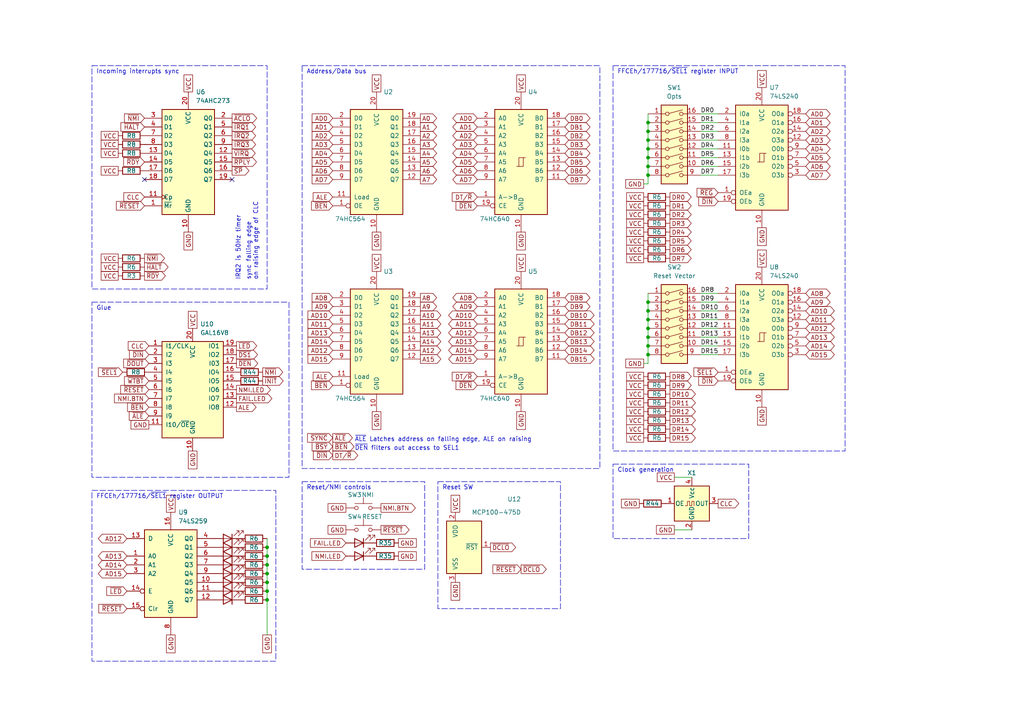
<source format=kicad_sch>
(kicad_sch (version 20230121) (generator eeschema)
  (paper "A4")
  (junction (at 77.47 158.75))
  (junction (at 77.47 161.29))
  (junction (at 187.96 102.87))
  (junction (at 187.96 45.72))
  (junction (at 187.96 87.63))
  (junction (at 187.96 100.33))
  (junction (at 77.47 173.99))
  (junction (at 187.96 40.64))
  (junction (at 77.47 168.91))
  (junction (at 77.47 171.45))
  (junction (at 187.96 35.56))
  (junction (at 77.47 166.37))
  (junction (at 187.96 43.18))
  (junction (at 187.96 97.79))
  (junction (at 187.96 48.26))
  (junction (at 187.96 95.25))
  (junction (at 187.96 90.17))
  (junction (at 187.96 92.71))
  (junction (at 187.96 50.8))
  (junction (at 187.96 38.1))
  (junction (at 77.47 163.83))
  (no_connect (at 67.31 52.07))
  (no_connect (at 41.91 52.07))
  (wire (pts (xy 187.96 95.25) (xy 187.96 97.79)))
  (wire (pts (xy 203.2 102.87) (xy 208.28 102.87)))
  (wire (pts (xy 203.2 43.18) (xy 208.28 43.18)))
  (wire (pts (xy 187.96 33.02) (xy 187.96 35.56)))
  (wire (pts (xy 203.2 100.33) (xy 208.28 100.33)))
  (wire (pts (xy 203.2 90.17) (xy 208.28 90.17)))
  (wire (pts (xy 187.96 90.17) (xy 187.96 92.71)))
  (wire (pts (xy 203.2 48.26) (xy 208.28 48.26)))
  (wire (pts (xy 77.47 168.91) (xy 77.47 171.45)))
  (wire (pts (xy 77.47 173.99) (xy 77.47 184.15)))
  (wire (pts (xy 203.2 35.56) (xy 208.28 35.56)))
  (wire (pts (xy 77.47 163.83) (xy 77.47 166.37)))
  (wire (pts (xy 187.96 45.72) (xy 187.96 48.26)))
  (wire (pts (xy 77.47 171.45) (xy 77.47 173.99)))
  (wire (pts (xy 203.2 40.64) (xy 208.28 40.64)))
  (wire (pts (xy 77.47 156.21) (xy 77.47 158.75)))
  (wire (pts (xy 203.2 50.8) (xy 208.28 50.8)))
  (wire (pts (xy 187.96 48.26) (xy 187.96 50.8)))
  (wire (pts (xy 203.2 38.1) (xy 208.28 38.1)))
  (wire (pts (xy 187.96 38.1) (xy 187.96 40.64)))
  (wire (pts (xy 187.96 53.34) (xy 187.96 50.8)))
  (wire (pts (xy 186.69 53.34) (xy 187.96 53.34)))
  (wire (pts (xy 187.96 40.64) (xy 187.96 43.18)))
  (wire (pts (xy 187.96 105.41) (xy 186.69 105.41)))
  (wire (pts (xy 187.96 35.56) (xy 187.96 38.1)))
  (wire (pts (xy 77.47 166.37) (xy 77.47 168.91)))
  (wire (pts (xy 187.96 87.63) (xy 187.96 90.17)))
  (wire (pts (xy 187.96 97.79) (xy 187.96 100.33)))
  (wire (pts (xy 187.96 92.71) (xy 187.96 95.25)))
  (wire (pts (xy 187.96 100.33) (xy 187.96 102.87)))
  (wire (pts (xy 203.2 92.71) (xy 208.28 92.71)))
  (wire (pts (xy 187.96 85.09) (xy 187.96 87.63)))
  (wire (pts (xy 203.2 45.72) (xy 208.28 45.72)))
  (wire (pts (xy 203.2 97.79) (xy 208.28 97.79)))
  (wire (pts (xy 203.2 85.09) (xy 208.28 85.09)))
  (wire (pts (xy 77.47 158.75) (xy 77.47 161.29)))
  (wire (pts (xy 195.58 153.67) (xy 200.66 153.67)))
  (wire (pts (xy 195.58 138.43) (xy 200.66 138.43)))
  (wire (pts (xy 77.47 161.29) (xy 77.47 163.83)))
  (wire (pts (xy 187.96 105.41) (xy 187.96 102.87)))
  (wire (pts (xy 187.96 43.18) (xy 187.96 45.72)))
  (wire (pts (xy 203.2 33.02) (xy 208.28 33.02)))
  (wire (pts (xy 203.2 87.63) (xy 208.28 87.63)))
  (wire (pts (xy 203.2 95.25) (xy 208.28 95.25)))
  (rectangle (start 26.67 19.05) (end 77.47 83.82) (stroke (width 0) (type dash)))
  (rectangle (start 26.67 142.24) (end 80.01 191.77) (stroke (width 0) (type dash)))
  (rectangle (start 127 139.7) (end 162.56 176.53) (stroke (width 0) (type dash)))
  (rectangle (start 177.8 19.05) (end 245.11 130.81) (stroke (width 0) (type dash)))
  (rectangle (start 177.8 134.62) (end 217.17 156.21) (stroke (width 0) (type dash)))
  (rectangle (start 26.67 87.63) (end 83.82 138.43) (stroke (width 0) (type dash)))
  (rectangle (start 87.63 139.7) (end 123.19 165.1) (stroke (width 0) (type dash)))
  (rectangle (start 87.63 19.05) (end 173.99 135.89) (stroke (width 0) (type dash)))
  (text "Address/Data bus" (at 88.9 21.59 0) (effects (font (size 1.27 1.27)) (justify left bottom)))
  (text "Clock generation" (at 179.07 137.16 0) (effects (font (size 1.27 1.27)) (justify left bottom)))
  (text "FFCEh/177716/~{SEL1} register OUTPUT" (at 27.94 144.78 0) (effects (font (size 1.27 1.27)) (justify left bottom)))
  (text "~{DEN} filters out access to SEL1\n" (at 102.87 130.81 0) (effects (font (size 1.27 1.27)) (justify left bottom)))
  (text "Glue" (at 27.94 90.17 0) (effects (font (size 1.27 1.27)) (justify left bottom)))
  (text "~{ALE} Latches address on falling edge, ALE on raising\n" (at 102.87 128.27 0) (effects (font (size 1.27 1.27)) (justify left bottom)))
  (text "FFCEh/177716/~{SEL1} register INPUT" (at 179.07 21.59 0) (effects (font (size 1.27 1.27)) (justify left bottom)))
  (text "Reset/NMI controls" (at 88.9 142.24 0) (effects (font (size 1.27 1.27)) (justify left bottom)))
  (text "Incoming interrupts sync" (at 27.94 21.59 0) (effects (font (size 1.27 1.27)) (justify left bottom)))
  (text "IRQ2 is 50Hz timer" (at 69.85 81.28 90) (effects (font (size 1.27 1.27)) (justify left bottom)))
  (text "Reset SW" (at 128.27 142.24 0) (effects (font (size 1.27 1.27)) (justify left bottom)))
  (text "sync falling edge \non raising edge of CLC" (at 74.93 81.28 90) (effects (font (size 1.27 1.27)) (justify left bottom)))
  (label "DR10" (at 203.2 90.17 0))
  (label "DR8" (at 203.2 85.09 0))
  (label "DR0" (at 203.2 33.02 0))
  (label "DR2" (at 203.2 38.1 0))
  (label "DR12" (at 203.2 95.25 0))
  (label "DR11" (at 203.2 92.71 0))
  (label "DR4" (at 203.2 43.18 0))
  (label "DR7" (at 203.2 50.8 0))
  (label "DR5" (at 203.2 45.72 0))
  (label "DR15" (at 203.2 102.87 0))
  (label "DR13" (at 203.2 97.79 0))
  (label "DR1" (at 203.2 35.56 0))
  (label "DR9" (at 203.2 87.63 0))
  (label "DR14" (at 203.2 100.33 0))
  (label "DR3" (at 203.2 40.64 0))
  (label "DR6" (at 203.2 48.26 0))
  (global_label "AD15" (shape tri_state) (at 36.83 166.37 180) (property "Intersheetrefs" "${INTERSHEET_REFS}" (effects hide)))
  (global_label "GND" (shape passive) (at 195.58 153.67 180) (property "Intersheetrefs" "${INTERSHEET_REFS}" (effects hide)))
  (global_label "FAIL.LED" (shape input) (at 100.33 157.48 180) (property "Intersheetrefs" "${INTERSHEET_REFS}" (effects hide)))
  (global_label "DT{slash}~{R}" (shape input) (at 138.43 109.22 180) (property "Intersheetrefs" "${INTERSHEET_REFS}" (effects hide)))
  (global_label "~{NMI}" (shape output) (at 76.2 107.95 0) (property "Intersheetrefs" "${INTERSHEET_REFS}" (effects hide)))
  (global_label "CLC" (shape input) (at 43.18 100.33 180) (property "Intersheetrefs" "${INTERSHEET_REFS}" (effects hide)))
  (global_label "DR4" (shape output) (at 194.31 67.31 0) (property "Intersheetrefs" "${INTERSHEET_REFS}" (effects hide)))
  (global_label "ALE" (shape input) (at 96.52 57.15 180) (property "Intersheetrefs" "${INTERSHEET_REFS}" (effects hide)))
  (global_label "A4" (shape output) (at 121.92 44.45 0) (property "Intersheetrefs" "${INTERSHEET_REFS}" (effects hide)))
  (global_label "AD11" (shape bidirectional) (at 138.43 93.98 180) (property "Intersheetrefs" "${INTERSHEET_REFS}" (effects hide)))
  (global_label "NMI.LED" (shape input) (at 100.33 161.29 180) (property "Intersheetrefs" "${INTERSHEET_REFS}" (effects hide)))
  (global_label "~{RESET}" (shape input) (at 36.83 176.53 180) (property "Intersheetrefs" "${INTERSHEET_REFS}" (effects hide)))
  (global_label "A0" (shape output) (at 121.92 34.29 0) (property "Intersheetrefs" "${INTERSHEET_REFS}" (effects hide)))
  (global_label "GND" (shape passive) (at 54.61 67.31 270) (property "Intersheetrefs" "${INTERSHEET_REFS}" (effects hide)))
  (global_label "DT{slash}~{R}" (shape output) (at 96.52 132.08 0) (property "Intersheetrefs" "${INTERSHEET_REFS}" (effects hide)))
  (global_label "GND" (shape passive) (at 115.57 157.48 0) (property "Intersheetrefs" "${INTERSHEET_REFS}" (effects hide)))
  (global_label "GND" (shape passive) (at 55.88 130.81 270) (property "Intersheetrefs" "${INTERSHEET_REFS}" (effects hide)))
  (global_label "NMI.LED" (shape output) (at 68.58 113.03 0) (property "Intersheetrefs" "${INTERSHEET_REFS}" (effects hide)))
  (global_label "GND" (shape passive) (at 186.69 105.41 180) (property "Intersheetrefs" "${INTERSHEET_REFS}" (effects hide)))
  (global_label "~{DIN}" (shape input) (at 96.52 132.08 180) (property "Intersheetrefs" "${INTERSHEET_REFS}" (effects hide)))
  (global_label "AD10" (shape tri_state) (at 233.68 90.17 0) (property "Intersheetrefs" "${INTERSHEET_REFS}" (effects hide)))
  (global_label "DR3" (shape output) (at 194.31 64.77 0) (property "Intersheetrefs" "${INTERSHEET_REFS}" (effects hide)))
  (global_label "~{HALT}" (shape input) (at 41.91 36.83 180) (property "Intersheetrefs" "${INTERSHEET_REFS}" (effects hide)))
  (global_label "VCC" (shape passive) (at 220.98 77.47 90) (property "Intersheetrefs" "${INTERSHEET_REFS}" (effects hide)))
  (global_label "A1" (shape output) (at 121.92 36.83 0) (property "Intersheetrefs" "${INTERSHEET_REFS}" (effects hide)))
  (global_label "AD8" (shape bidirectional) (at 138.43 86.36 180) (property "Intersheetrefs" "${INTERSHEET_REFS}" (effects hide)))
  (global_label "VCC" (shape passive) (at 186.69 121.92 180) (property "Intersheetrefs" "${INTERSHEET_REFS}" (effects hide)))
  (global_label "VCC" (shape passive) (at 34.29 49.53 180) (property "Intersheetrefs" "${INTERSHEET_REFS}" (effects hide)))
  (global_label "GND" (shape passive) (at 220.98 66.04 270) (property "Intersheetrefs" "${INTERSHEET_REFS}" (effects hide)))
  (global_label "~{ACLO}" (shape output) (at 67.31 34.29 0) (property "Intersheetrefs" "${INTERSHEET_REFS}" (effects hide)))
  (global_label "AD7" (shape bidirectional) (at 138.43 52.07 180) (property "Intersheetrefs" "${INTERSHEET_REFS}" (effects hide)))
  (global_label "~{BSY}" (shape input) (at 96.52 129.54 180) (property "Intersheetrefs" "${INTERSHEET_REFS}" (effects hide)))
  (global_label "VCC" (shape passive) (at 54.61 26.67 90) (property "Intersheetrefs" "${INTERSHEET_REFS}" (effects hide)))
  (global_label "GND" (shape passive) (at 132.08 168.91 270) (property "Intersheetrefs" "${INTERSHEET_REFS}" (effects hide)))
  (global_label "VCC" (shape passive) (at 186.69 62.23 180) (property "Intersheetrefs" "${INTERSHEET_REFS}" (effects hide)))
  (global_label "~{BEN}" (shape input) (at 96.52 111.76 180) (property "Intersheetrefs" "${INTERSHEET_REFS}" (effects hide)))
  (global_label "VCC" (shape passive) (at 186.69 74.93 180) (property "Intersheetrefs" "${INTERSHEET_REFS}" (effects hide)))
  (global_label "~{HALT}" (shape output) (at 41.91 77.47 0) (property "Intersheetrefs" "${INTERSHEET_REFS}" (effects hide)))
  (global_label "GND" (shape passive) (at 49.53 184.15 270) (property "Intersheetrefs" "${INTERSHEET_REFS}" (effects hide)))
  (global_label "DB12" (shape bidirectional) (at 163.83 96.52 0) (property "Intersheetrefs" "${INTERSHEET_REFS}" (effects hide)))
  (global_label "A6" (shape output) (at 121.92 49.53 0) (property "Intersheetrefs" "${INTERSHEET_REFS}" (effects hide)))
  (global_label "DB14" (shape bidirectional) (at 163.83 101.6 0) (property "Intersheetrefs" "${INTERSHEET_REFS}" (effects hide)))
  (global_label "AD3" (shape input) (at 96.52 41.91 180) (property "Intersheetrefs" "${INTERSHEET_REFS}" (effects hide)))
  (global_label "~{SP}" (shape output) (at 67.31 49.53 0) (property "Intersheetrefs" "${INTERSHEET_REFS}" (effects hide)))
  (global_label "AD1" (shape input) (at 96.52 36.83 180) (property "Intersheetrefs" "${INTERSHEET_REFS}" (effects hide)))
  (global_label "~{LED}" (shape output) (at 68.58 100.33 0) (property "Intersheetrefs" "${INTERSHEET_REFS}" (effects hide)))
  (global_label "DR1" (shape output) (at 194.31 59.69 0) (property "Intersheetrefs" "${INTERSHEET_REFS}" (effects hide)))
  (global_label "~{DIN}" (shape input) (at 43.18 102.87 180) (property "Intersheetrefs" "${INTERSHEET_REFS}" (effects hide)))
  (global_label "A7" (shape output) (at 121.92 52.07 0) (property "Intersheetrefs" "${INTERSHEET_REFS}" (effects hide)))
  (global_label "VCC" (shape passive) (at 195.58 138.43 180) (property "Intersheetrefs" "${INTERSHEET_REFS}" (effects hide)))
  (global_label "VCC" (shape passive) (at 186.69 124.46 180) (property "Intersheetrefs" "${INTERSHEET_REFS}" (effects hide)))
  (global_label "DB5" (shape bidirectional) (at 163.83 46.99 0) (property "Intersheetrefs" "${INTERSHEET_REFS}" (effects hide)))
  (global_label "DT{slash}~{R}" (shape input) (at 138.43 57.15 180) (property "Intersheetrefs" "${INTERSHEET_REFS}" (effects hide)))
  (global_label "~{RPLY}" (shape output) (at 67.31 46.99 0) (property "Intersheetrefs" "${INTERSHEET_REFS}" (effects hide)))
  (global_label "AD0" (shape bidirectional) (at 138.43 34.29 180) (property "Intersheetrefs" "${INTERSHEET_REFS}" (effects hide)))
  (global_label "AD14" (shape bidirectional) (at 138.43 101.6 180) (property "Intersheetrefs" "${INTERSHEET_REFS}" (effects hide)))
  (global_label "DB7" (shape bidirectional) (at 163.83 52.07 0) (property "Intersheetrefs" "${INTERSHEET_REFS}" (effects hide)))
  (global_label "DB8" (shape bidirectional) (at 163.83 86.36 0) (property "Intersheetrefs" "${INTERSHEET_REFS}" (effects hide)))
  (global_label "~{IRQ2}" (shape output) (at 67.31 39.37 0) (property "Intersheetrefs" "${INTERSHEET_REFS}" (effects hide)))
  (global_label "GND" (shape passive) (at 115.57 161.29 0) (property "Intersheetrefs" "${INTERSHEET_REFS}" (effects hide)))
  (global_label "~{DEN}" (shape input) (at 138.43 59.69 180) (property "Intersheetrefs" "${INTERSHEET_REFS}" (effects hide)))
  (global_label "GND" (shape passive) (at 151.13 67.31 270) (property "Intersheetrefs" "${INTERSHEET_REFS}" (effects hide)))
  (global_label "~{SEL1}" (shape input) (at 208.28 107.95 180) (property "Intersheetrefs" "${INTERSHEET_REFS}" (effects hide)))
  (global_label "AD5" (shape tri_state) (at 233.68 45.72 0) (property "Intersheetrefs" "${INTERSHEET_REFS}" (effects hide)))
  (global_label "NMI.BTN" (shape input) (at 43.18 115.57 180) (property "Intersheetrefs" "${INTERSHEET_REFS}" (effects hide)))
  (global_label "~{DOUT}" (shape input) (at 43.18 105.41 180) (property "Intersheetrefs" "${INTERSHEET_REFS}" (effects hide)))
  (global_label "A11" (shape output) (at 121.92 93.98 0) (property "Intersheetrefs" "${INTERSHEET_REFS}" (effects hide)))
  (global_label "A14" (shape output) (at 121.92 99.06 0) (property "Intersheetrefs" "${INTERSHEET_REFS}" (effects hide)))
  (global_label "AD1" (shape bidirectional) (at 138.43 36.83 180) (property "Intersheetrefs" "${INTERSHEET_REFS}" (effects hide)))
  (global_label "A5" (shape output) (at 121.92 46.99 0) (property "Intersheetrefs" "${INTERSHEET_REFS}" (effects hide)))
  (global_label "~{RDY}" (shape input) (at 41.91 46.99 180) (property "Intersheetrefs" "${INTERSHEET_REFS}" (effects hide)))
  (global_label "AD13" (shape input) (at 96.52 96.52 180) (property "Intersheetrefs" "${INTERSHEET_REFS}" (effects hide)))
  (global_label "~{SEL1}" (shape input) (at 35.56 107.95 180) (property "Intersheetrefs" "${INTERSHEET_REFS}" (effects hide)))
  (global_label "AD14" (shape input) (at 96.52 99.06 180) (property "Intersheetrefs" "${INTERSHEET_REFS}" (effects hide)))
  (global_label "DB1" (shape bidirectional) (at 163.83 36.83 0) (property "Intersheetrefs" "${INTERSHEET_REFS}" (effects hide)))
  (global_label "~{RESET}" (shape input) (at 43.18 113.03 180) (property "Intersheetrefs" "${INTERSHEET_REFS}" (effects hide)))
  (global_label "A2" (shape output) (at 121.92 39.37 0) (property "Intersheetrefs" "${INTERSHEET_REFS}" (effects hide)))
  (global_label "ALE" (shape input) (at 96.52 109.22 180) (property "Intersheetrefs" "${INTERSHEET_REFS}" (effects hide)))
  (global_label "~{SYNC}" (shape input) (at 96.52 127 180) (property "Intersheetrefs" "${INTERSHEET_REFS}" (effects hide)))
  (global_label "AD4" (shape tri_state) (at 233.68 43.18 0) (property "Intersheetrefs" "${INTERSHEET_REFS}" (effects hide)))
  (global_label "VCC" (shape passive) (at 186.69 59.69 180) (property "Intersheetrefs" "${INTERSHEET_REFS}" (effects hide)))
  (global_label "VCC" (shape passive) (at 186.69 114.3 180) (property "Intersheetrefs" "${INTERSHEET_REFS}" (effects hide)))
  (global_label "~{IRQ3}" (shape output) (at 67.31 41.91 0) (property "Intersheetrefs" "${INTERSHEET_REFS}" (effects hide)))
  (global_label "~{RESET}" (shape input) (at 41.91 59.69 180) (property "Intersheetrefs" "${INTERSHEET_REFS}" (effects hide)))
  (global_label "AD8" (shape tri_state) (at 233.68 85.09 0) (property "Intersheetrefs" "${INTERSHEET_REFS}" (effects hide)))
  (global_label "AD15" (shape input) (at 96.52 104.14 180) (property "Intersheetrefs" "${INTERSHEET_REFS}" (effects hide)))
  (global_label "GND" (shape passive) (at 109.22 67.31 270) (property "Intersheetrefs" "${INTERSHEET_REFS}" (effects hide)))
  (global_label "DB13" (shape bidirectional) (at 163.83 99.06 0) (property "Intersheetrefs" "${INTERSHEET_REFS}" (effects hide)))
  (global_label "VCC" (shape passive) (at 186.69 116.84 180) (property "Intersheetrefs" "${INTERSHEET_REFS}" (effects hide)))
  (global_label "DR0" (shape output) (at 194.31 57.15 0) (property "Intersheetrefs" "${INTERSHEET_REFS}" (effects hide)))
  (global_label "VCC" (shape passive) (at 34.29 41.91 180) (property "Intersheetrefs" "${INTERSHEET_REFS}" (effects hide)))
  (global_label "AD9" (shape tri_state) (at 233.68 87.63 0) (property "Intersheetrefs" "${INTERSHEET_REFS}" (effects hide)))
  (global_label "AD3" (shape tri_state) (at 233.68 40.64 0) (property "Intersheetrefs" "${INTERSHEET_REFS}" (effects hide)))
  (global_label "~{RESET}" (shape output) (at 110.49 153.67 0) (property "Intersheetrefs" "${INTERSHEET_REFS}" (effects hide)))
  (global_label "ALE" (shape output) (at 68.58 118.11 0) (property "Intersheetrefs" "${INTERSHEET_REFS}" (effects hide)))
  (global_label "GND" (shape passive) (at 109.22 119.38 270) (property "Intersheetrefs" "${INTERSHEET_REFS}" (effects hide)))
  (global_label "AD2" (shape tri_state) (at 233.68 38.1 0) (property "Intersheetrefs" "${INTERSHEET_REFS}" (effects hide)))
  (global_label "VCC" (shape passive) (at 186.69 64.77 180) (property "Intersheetrefs" "${INTERSHEET_REFS}" (effects hide)))
  (global_label "DR13" (shape output) (at 194.31 121.92 0) (property "Intersheetrefs" "${INTERSHEET_REFS}" (effects hide)))
  (global_label "~{DEN}" (shape output) (at 68.58 105.41 0) (property "Intersheetrefs" "${INTERSHEET_REFS}" (effects hide)))
  (global_label "AD11" (shape input) (at 96.52 93.98 180) (property "Intersheetrefs" "${INTERSHEET_REFS}" (effects hide)))
  (global_label "DR11" (shape output) (at 194.31 116.84 0) (property "Intersheetrefs" "${INTERSHEET_REFS}" (effects hide)))
  (global_label "A15" (shape output) (at 121.92 104.14 0) (property "Intersheetrefs" "${INTERSHEET_REFS}" (effects hide)))
  (global_label "VCC" (shape passive) (at 151.13 78.74 90) (property "Intersheetrefs" "${INTERSHEET_REFS}" (effects hide)))
  (global_label "AD12" (shape input) (at 96.52 101.6 180) (property "Intersheetrefs" "${INTERSHEET_REFS}" (effects hide)))
  (global_label "DB15" (shape bidirectional) (at 163.83 104.14 0) (property "Intersheetrefs" "${INTERSHEET_REFS}" (effects hide)))
  (global_label "AD2" (shape input) (at 96.52 39.37 180) (property "Intersheetrefs" "${INTERSHEET_REFS}" (effects hide)))
  (global_label "VCC" (shape passive) (at 34.29 80.01 180) (property "Intersheetrefs" "${INTERSHEET_REFS}" (effects hide)))
  (global_label "DB10" (shape bidirectional) (at 163.83 91.44 0) (property "Intersheetrefs" "${INTERSHEET_REFS}" (effects hide)))
  (global_label "AD9" (shape bidirectional) (at 138.43 88.9 180) (property "Intersheetrefs" "${INTERSHEET_REFS}" (effects hide)))
  (global_label "AD7" (shape input) (at 96.52 52.07 180) (property "Intersheetrefs" "${INTERSHEET_REFS}" (effects hide)))
  (global_label "CLC" (shape output) (at 208.28 146.05 0) (property "Intersheetrefs" "${INTERSHEET_REFS}" (effects hide)))
  (global_label "CLC" (shape input) (at 41.91 57.15 180) (property "Intersheetrefs" "${INTERSHEET_REFS}" (effects hide)))
  (global_label "~{ALE}" (shape input) (at 43.18 120.65 180) (property "Intersheetrefs" "${INTERSHEET_REFS}" (effects hide)))
  (global_label "A9" (shape output) (at 121.92 88.9 0) (property "Intersheetrefs" "${INTERSHEET_REFS}" (effects hide)))
  (global_label "AD5" (shape input) (at 96.52 46.99 180) (property "Intersheetrefs" "${INTERSHEET_REFS}" (effects hide)))
  (global_label "AD10" (shape input) (at 96.52 91.44 180) (property "Intersheetrefs" "${INTERSHEET_REFS}" (effects hide)))
  (global_label "AD4" (shape input) (at 96.52 44.45 180) (property "Intersheetrefs" "${INTERSHEET_REFS}" (effects hide)))
  (global_label "GND" (shape passive) (at 100.33 153.67 180) (property "Intersheetrefs" "${INTERSHEET_REFS}" (effects hide)))
  (global_label "VCC" (shape passive) (at 186.69 72.39 180) (property "Intersheetrefs" "${INTERSHEET_REFS}" (effects hide)))
  (global_label "AD10" (shape bidirectional) (at 138.43 91.44 180) (property "Intersheetrefs" "${INTERSHEET_REFS}" (effects hide)))
  (global_label "A10" (shape output) (at 121.92 91.44 0) (property "Intersheetrefs" "${INTERSHEET_REFS}" (effects hide)))
  (global_label "DR5" (shape output) (at 194.31 69.85 0) (property "Intersheetrefs" "${INTERSHEET_REFS}" (effects hide)))
  (global_label "DR14" (shape output) (at 194.31 124.46 0) (property "Intersheetrefs" "${INTERSHEET_REFS}" (effects hide)))
  (global_label "~{DEN}" (shape input) (at 138.43 111.76 180) (property "Intersheetrefs" "${INTERSHEET_REFS}" (effects hide)))
  (global_label "~{BEN}" (shape output) (at 96.52 129.54 0) (property "Intersheetrefs" "${INTERSHEET_REFS}" (effects hide)))
  (global_label "GND" (shape passive) (at 100.33 147.32 180) (property "Intersheetrefs" "${INTERSHEET_REFS}" (effects hide)))
  (global_label "GND" (shape passive) (at 43.18 123.19 180) (property "Intersheetrefs" "${INTERSHEET_REFS}" (effects hide)))
  (global_label "~{VIRQ}" (shape output) (at 67.31 44.45 0) (property "Intersheetrefs" "${INTERSHEET_REFS}" (effects hide)))
  (global_label "~{DCLO}" (shape output) (at 142.24 158.75 0) (property "Intersheetrefs" "${INTERSHEET_REFS}" (effects hide)))
  (global_label "~{NMI}" (shape output) (at 41.91 74.93 0) (property "Intersheetrefs" "${INTERSHEET_REFS}" (effects hide)))
  (global_label "DB11" (shape bidirectional) (at 163.83 93.98 0) (property "Intersheetrefs" "${INTERSHEET_REFS}" (effects hide)))
  (global_label "VCC" (shape passive) (at 186.69 127 180) (property "Intersheetrefs" "${INTERSHEET_REFS}" (effects hide)))
  (global_label "DR10" (shape output) (at 194.31 114.3 0) (property "Intersheetrefs" "${INTERSHEET_REFS}" (effects hide)))
  (global_label "~{RESET}" (shape input) (at 151.13 165.1 180) (property "Intersheetrefs" "${INTERSHEET_REFS}" (effects hide)))
  (global_label "AD3" (shape bidirectional) (at 138.43 41.91 180) (property "Intersheetrefs" "${INTERSHEET_REFS}" (effects hide)))
  (global_label "~{BEN}" (shape input) (at 96.52 59.69 180) (property "Intersheetrefs" "${INTERSHEET_REFS}" (effects hide)))
  (global_label "~{REG}" (shape input) (at 208.28 55.88 180) (property "Intersheetrefs" "${INTERSHEET_REFS}" (effects hide)))
  (global_label "VCC" (shape passive) (at 34.29 39.37 180) (property "Intersheetrefs" "${INTERSHEET_REFS}" (effects hide)))
  (global_label "DB9" (shape bidirectional) (at 163.83 88.9 0) (property "Intersheetrefs" "${INTERSHEET_REFS}" (effects hide)))
  (global_label "GND" (shape passive) (at 77.47 184.15 270) (property "Intersheetrefs" "${INTERSHEET_REFS}" (effects hide)))
  (global_label "VCC" (shape passive) (at 109.22 26.67 90) (property "Intersheetrefs" "${INTERSHEET_REFS}" (effects hide)))
  (global_label "A13" (shape output) (at 121.92 96.52 0) (property "Intersheetrefs" "${INTERSHEET_REFS}" (effects hide)))
  (global_label "VCC" (shape passive) (at 34.29 77.47 180) (property "Intersheetrefs" "${INTERSHEET_REFS}" (effects hide)))
  (global_label "VCC" (shape passive) (at 109.22 78.74 90) (property "Intersheetrefs" "${INTERSHEET_REFS}" (effects hide)))
  (global_label "~{ALE}" (shape output) (at 96.52 127 0) (property "Intersheetrefs" "${INTERSHEET_REFS}" (effects hide)))
  (global_label "~{DIN}" (shape input) (at 208.28 58.42 180) (property "Intersheetrefs" "${INTERSHEET_REFS}" (effects hide)))
  (global_label "AD15" (shape tri_state) (at 233.68 102.87 0) (property "Intersheetrefs" "${INTERSHEET_REFS}" (effects hide)))
  (global_label "~{WTBT}" (shape input) (at 43.18 110.49 180) (property "Intersheetrefs" "${INTERSHEET_REFS}" (effects hide)))
  (global_label "DR2" (shape output) (at 194.31 62.23 0) (property "Intersheetrefs" "${INTERSHEET_REFS}" (effects hide)))
  (global_label "FAIL.LED" (shape output) (at 68.58 115.57 0) (property "Intersheetrefs" "${INTERSHEET_REFS}" (effects hide)))
  (global_label "~{IRQ1}" (shape output) (at 67.31 36.83 0) (property "Intersheetrefs" "${INTERSHEET_REFS}" (effects hide)))
  (global_label "DB3" (shape bidirectional) (at 163.83 41.91 0) (property "Intersheetrefs" "${INTERSHEET_REFS}" (effects hide)))
  (global_label "VCC" (shape passive) (at 132.08 148.59 90) (property "Intersheetrefs" "${INTERSHEET_REFS}" (effects hide)))
  (global_label "NMI.BTN" (shape output) (at 110.49 147.32 0) (property "Intersheetrefs" "${INTERSHEET_REFS}" (effects hide)))
  (global_label "VCC" (shape passive) (at 55.88 95.25 90) (property "Intersheetrefs" "${INTERSHEET_REFS}" (effects hide)))
  (global_label "VCC" (shape passive) (at 220.98 25.4 90) (property "Intersheetrefs" "${INTERSHEET_REFS}" (effects hide)))
  (global_label "GND" (shape passive) (at 185.42 146.05 180) (property "Intersheetrefs" "${INTERSHEET_REFS}" (effects hide)))
  (global_label "AD6" (shape input) (at 96.52 49.53 180) (property "Intersheetrefs" "${INTERSHEET_REFS}" (effects hide)))
  (global_label "AD8" (shape input) (at 96.52 86.36 180) (property "Intersheetrefs" "${INTERSHEET_REFS}" (effects hide)))
  (global_label "VCC" (shape passive) (at 49.53 148.59 90) (property "Intersheetrefs" "${INTERSHEET_REFS}" (effects hide)))
  (global_label "AD0" (shape tri_state) (at 233.68 33.02 0) (property "Intersheetrefs" "${INTERSHEET_REFS}" (effects hide)))
  (global_label "VCC" (shape passive) (at 34.29 44.45 180) (property "Intersheetrefs" "${INTERSHEET_REFS}" (effects hide)))
  (global_label "AD9" (shape input) (at 96.52 88.9 180) (property "Intersheetrefs" "${INTERSHEET_REFS}" (effects hide)))
  (global_label "A8" (shape output) (at 121.92 86.36 0) (property "Intersheetrefs" "${INTERSHEET_REFS}" (effects hide)))
  (global_label "AD15" (shape bidirectional) (at 138.43 104.14 180) (property "Intersheetrefs" "${INTERSHEET_REFS}" (effects hide)))
  (global_label "DR6" (shape output) (at 194.31 72.39 0) (property "Intersheetrefs" "${INTERSHEET_REFS}" (effects hide)))
  (global_label "DR8" (shape output) (at 194.31 109.22 0) (property "Intersheetrefs" "${INTERSHEET_REFS}" (effects hide)))
  (global_label "GND" (shape passive) (at 220.98 118.11 270) (property "Intersheetrefs" "${INTERSHEET_REFS}" (effects hide)))
  (global_label "AD12" (shape tri_state) (at 233.68 95.25 0) (property "Intersheetrefs" "${INTERSHEET_REFS}" (effects hide)))
  (global_label "~{NMI}" (shape input) (at 41.91 34.29 180) (property "Intersheetrefs" "${INTERSHEET_REFS}" (effects hide)))
  (global_label "AD12" (shape tri_state) (at 36.83 156.21 180) (property "Intersheetrefs" "${INTERSHEET_REFS}" (effects hide)))
  (global_label "AD12" (shape bidirectional) (at 138.43 96.52 180) (property "Intersheetrefs" "${INTERSHEET_REFS}" (effects hide)))
  (global_label "AD11" (shape tri_state) (at 233.68 92.71 0) (property "Intersheetrefs" "${INTERSHEET_REFS}" (effects hide)))
  (global_label "VCC" (shape passive) (at 34.29 74.93 180) (property "Intersheetrefs" "${INTERSHEET_REFS}" (effects hide)))
  (global_label "~{INIT}" (shape output) (at 76.2 110.49 0) (property "Intersheetrefs" "${INTERSHEET_REFS}" (effects hide)))
  (global_label "VCC" (shape passive) (at 186.69 119.38 180) (property "Intersheetrefs" "${INTERSHEET_REFS}" (effects hide)))
  (global_label "AD5" (shape bidirectional) (at 138.43 46.99 180) (property "Intersheetrefs" "${INTERSHEET_REFS}" (effects hide)))
  (global_label "VCC" (shape passive) (at 186.69 57.15 180) (property "Intersheetrefs" "${INTERSHEET_REFS}" (effects hide)))
  (global_label "~{LED}" (shape input) (at 36.83 171.45 180) (property "Intersheetrefs" "${INTERSHEET_REFS}" (effects hide)))
  (global_label "AD13" (shape bidirectional) (at 138.43 99.06 180) (property "Intersheetrefs" "${INTERSHEET_REFS}" (effects hide)))
  (global_label "DB6" (shape bidirectional) (at 163.83 49.53 0) (property "Intersheetrefs" "${INTERSHEET_REFS}" (effects hide)))
  (global_label "AD14" (shape tri_state) (at 36.83 163.83 180) (property "Intersheetrefs" "${INTERSHEET_REFS}" (effects hide)))
  (global_label "AD13" (shape tri_state) (at 233.68 97.79 0) (property "Intersheetrefs" "${INTERSHEET_REFS}" (effects hide)))
  (global_label "AD2" (shape bidirectional) (at 138.43 39.37 180) (property "Intersheetrefs" "${INTERSHEET_REFS}" (effects hide)))
  (global_label "GND" (shape passive) (at 151.13 119.38 270) (property "Intersheetrefs" "${INTERSHEET_REFS}" (effects hide)))
  (global_label "AD7" (shape tri_state) (at 233.68 50.8 0) (property "Intersheetrefs" "${INTERSHEET_REFS}" (effects hide)))
  (global_label "VCC" (shape passive) (at 151.13 26.67 90) (property "Intersheetrefs" "${INTERSHEET_REFS}" (effects hide)))
  (global_label "AD1" (shape tri_state) (at 233.68 35.56 0) (property "Intersheetrefs" "${INTERSHEET_REFS}" (effects hide)))
  (global_label "~{DS1}" (shape output) (at 68.58 102.87 0) (property "Intersheetrefs" "${INTERSHEET_REFS}" (effects hide)))
  (global_label "VCC" (shape passive) (at 186.69 111.76 180) (property "Intersheetrefs" "${INTERSHEET_REFS}" (effects hide)))
  (global_label "DB0" (shape bidirectional) (at 163.83 34.29 0) (property "Intersheetrefs" "${INTERSHEET_REFS}" (effects hide)))
  (global_label "DR12" (shape output) (at 194.31 119.38 0) (property "Intersheetrefs" "${INTERSHEET_REFS}" (effects hide)))
  (global_label "~{DCLO}" (shape output) (at 151.13 165.1 0) (property "Intersheetrefs" "${INTERSHEET_REFS}" (effects hide)))
  (global_label "DB4" (shape bidirectional) (at 163.83 44.45 0) (property "Intersheetrefs" "${INTERSHEET_REFS}" (effects hide)))
  (global_label "AD13" (shape tri_state) (at 36.83 161.29 180) (property "Intersheetrefs" "${INTERSHEET_REFS}" (effects hide)))
  (global_label "A12" (shape output) (at 121.92 101.6 0) (property "Intersheetrefs" "${INTERSHEET_REFS}" (effects hide)))
  (global_label "DB2" (shape bidirectional) (at 163.83 39.37 0) (property "Intersheetrefs" "${INTERSHEET_REFS}" (effects hide)))
  (global_label "DR7" (shape output) (at 194.31 74.93 0) (property "Intersheetrefs" "${INTERSHEET_REFS}" (effects hide)))
  (global_label "VCC" (shape passive) (at 186.69 69.85 180) (property "Intersheetrefs" "${INTERSHEET_REFS}" (effects hide)))
  (global_label "A3" (shape output) (at 121.92 41.91 0) (property "Intersheetrefs" "${INTERSHEET_REFS}" (effects hide)))
  (global_label "AD4" (shape bidirectional) (at 138.43 44.45 180) (property "Intersheetrefs" "${INTERSHEET_REFS}" (effects hide)))
  (global_label "DR15" (shape output) (at 194.31 127 0) (property "Intersheetrefs" "${INTERSHEET_REFS}" (effects hide)))
  (global_label "DR9" (shape output) (at 194.31 111.76 0) (property "Intersheetrefs" "${INTERSHEET_REFS}" (effects hide)))
  (global_label "~{RDY}" (shape output) (at 41.91 80.01 0) (property "Intersheetrefs" "${INTERSHEET_REFS}" (effects hide)))
  (global_label "VCC" (shape passive) (at 186.69 109.22 180) (property "Intersheetrefs" "${INTERSHEET_REFS}" (effects hide)))
  (global_label "GND" (shape passive) (at 186.69 53.34 180) (property "Intersheetrefs" "${INTERSHEET_REFS}" (effects hide)))
  (global_label "~{BEN}" (shape input) (at 43.18 118.11 180) (property "Intersheetrefs" "${INTERSHEET_REFS}" (effects hide)))
  (global_label "AD0" (shape input) (at 96.52 34.29 180) (property "Intersheetrefs" "${INTERSHEET_REFS}" (effects hide)))
  (global_label "~{DIN}" (shape input) (at 208.28 110.49 180) (property "Intersheetrefs" "${INTERSHEET_REFS}" (effects hide)))
  (global_label "AD6" (shape bidirectional) (at 138.43 49.53 180) (property "Intersheetrefs" "${INTERSHEET_REFS}" (effects hide)))
  (global_label "AD6" (shape tri_state) (at 233.68 48.26 0) (property "Intersheetrefs" "${INTERSHEET_REFS}" (effects hide)))
  (global_label "VCC" (shape passive) (at 186.69 67.31 180) (property "Intersheetrefs" "${INTERSHEET_REFS}" (effects hide)))
  (global_label "AD14" (shape tri_state) (at 233.68 100.33 0) (property "Intersheetrefs" "${INTERSHEET_REFS}" (effects hide)))
  (symbol (lib_id "Logic_Programmable:GAL16V8") (at 55.88 113.03 0) (unit 1)
    (property "Reference" "U10" (at 58.0741 93.98 0) (effects (justify left)))
    (property "Value" "GAL16V8" (at 58.0741 96.52 0) (effects (justify left)))
    (property "Footprint" "Package_LCC:PLCC-20" (effects hide))
  )
  (symbol (lib_id "Oscillator:SG-210SCD") (at 200.66 146.05 0) (unit 1)
    (property "Reference" "X1" (at 200.66 137.16 0))
    (property "Footprint" "Oscillator:Oscillator_SMD_Fordahl_DFAS2-4Pin_7.3x5.1mm_HandSoldering" (effects hide))
  )
  (symbol (lib_id "Device:R") (at 190.5 109.22 270) (unit 1)
    (property "Reference" "R6" (at 190.5 109.22 90))
    (property "Value" "R" (effects hide))
    (property "Footprint" "Resistor_SMD:R_0603_1608Metric_Pad0.98x0.95mm_HandSolder" (effects hide))
    (instances (project "KR1801" (path "" (reference "R6") (unit 1)) (path "" (reference "R27") (unit 1))))
  )
  (symbol (lib_id "74xx_EXTRA:74LS640") (at 151.13 46.99 0) (unit 1)
    (property "Reference" "U4" (at 153.1494 26.67 0) (effects (justify left)))
    (property "Value" "74HC640" (at 143.51 63.5 0))
    (property "Footprint" "Package_SO:SOIC-20W_7.5x12.8mm_P1.27mm" (effects hide))
    (property "Datasheet" "https://www.ti.com/lit/ds/symlink/sn74hc640.pdf" (effects hide))
    (instances (project "KR1801" (path "" (reference "U4") (unit 1)) (path "" (reference "U5") (unit 1))) (project "cpu_card" (path "" (reference "U203") (unit 1))))
  )
  (symbol (lib_id "Device:R") (at 190.5 72.39 270) (unit 1)
    (property "Reference" "R6" (at 190.5 72.39 90))
    (property "Value" "R" (effects hide))
    (property "Footprint" "Resistor_SMD:R_0603_1608Metric_Pad0.98x0.95mm_HandSolder" (effects hide))
    (instances (project "KR1801" (path "" (reference "R6") (unit 1)) (path "" (reference "R25") (unit 1))))
  )
  (symbol (lib_id "Device:LED") (at 66.04 156.21 180) (unit 1)
    (property "Reference" "D1" (effects hide))
    (property "Value" "LED" (effects hide))
    (property "Footprint" "LED_SMD:LED_0805_2012Metric_Pad1.15x1.40mm_HandSolder" (effects hide))
    (property "Datasheet" "https://www.mouser.co.uk/datasheet/2/239/liteon_ltst-s321gkt-1175354.pdf" (effects hide))
  )
  (symbol (lib_id "Device:R") (at 73.66 156.21 270) (unit 1)
    (property "Reference" "R6" (at 73.66 156.21 90))
    (property "Value" "RLED" (effects hide))
    (property "Footprint" "Resistor_SMD:R_0603_1608Metric_Pad0.98x0.95mm_HandSolder" (effects hide))
    (instances (project "KR1801" (path "" (reference "R6") (unit 1)) (path "" (reference "R36") (unit 1))))
  )
  (symbol (lib_id "Device:R") (at 73.66 173.99 270) (unit 1)
    (property "Reference" "R6" (at 73.66 173.99 90))
    (property "Value" "RLED" (effects hide))
    (property "Footprint" "Resistor_SMD:R_0603_1608Metric_Pad0.98x0.95mm_HandSolder" (effects hide))
    (instances (project "KR1801" (path "" (reference "R6") (unit 1)) (path "" (reference "R43") (unit 1))))
  )
  (symbol (lib_id "74xx:74AHC273") (at 54.61 46.99 0) (unit 1)
    (property "Reference" "U6" (at 56.8041 26.67 0) (effects (justify left)))
    (property "Value" "74AHC273" (at 56.8041 29.21 0) (effects (justify left)))
    (property "Footprint" "Package_SO:SOIC-20W_7.5x12.8mm_P1.27mm" (effects hide))
    (property "Datasheet" "https://assets.nexperia.com/documents/data-sheet/74AHC_AHCT273.pdf" (effects hide))
  )
  (symbol (lib_id "Device:R") (at 72.39 107.95 270) (unit 1)
    (property "Reference" "R44" (at 72.39 107.95 90))
    (property "Value" "0R" (effects hide))
    (property "Footprint" "Resistor_SMD:R_0603_1608Metric_Pad0.98x0.95mm_HandSolder" (effects hide))
    (instances (project "KR1801" (path "" (reference "R44") (unit 1)) (path "" (reference "R6") (unit 1))))
  )
  (symbol (lib_id "Device:LED") (at 66.04 161.29 180) (unit 1)
    (property "Reference" "D3" (effects hide))
    (property "Value" "LED" (effects hide))
    (property "Footprint" "LED_SMD:LED_0805_2012Metric_Pad1.15x1.40mm_HandSolder" (effects hide))
    (property "Datasheet" "https://www.mouser.co.uk/datasheet/2/239/liteon_ltst-s321gkt-1175354.pdf" (effects hide))
  )
  (symbol (lib_id "Device:R") (at 190.5 62.23 270) (unit 1)
    (property "Reference" "R6" (at 190.5 62.23 90))
    (property "Value" "R" (effects hide))
    (property "Footprint" "Resistor_SMD:R_0603_1608Metric_Pad0.98x0.95mm_HandSolder" (effects hide))
    (instances (project "KR1801" (path "" (reference "R6") (unit 1)) (path "" (reference "R21") (unit 1))))
  )
  (symbol (lib_id "Device:R") (at 111.76 161.29 270) (unit 1)
    (property "Reference" "R35" (at 111.76 161.29 90))
    (property "Value" "RLED" (effects hide))
    (property "Footprint" "Resistor_SMD:R_0603_1608Metric_Pad0.98x0.95mm_HandSolder" (effects hide))
    (instances (project "KR1801" (path "" (reference "R35") (unit 1)) (path "" (reference "R46") (unit 1))))
  )
  (symbol (lib_id "Device:R") (at 190.5 114.3 270) (unit 1)
    (property "Reference" "R6" (at 190.5 114.3 90))
    (property "Value" "R" (effects hide))
    (property "Footprint" "Resistor_SMD:R_0603_1608Metric_Pad0.98x0.95mm_HandSolder" (effects hide))
    (instances (project "KR1801" (path "" (reference "R6") (unit 1)) (path "" (reference "R29") (unit 1))))
  )
  (symbol (lib_id "Device:R") (at 73.66 171.45 270) (unit 1)
    (property "Reference" "R6" (at 73.66 171.45 90))
    (property "Value" "RLED" (effects hide))
    (property "Footprint" "Resistor_SMD:R_0603_1608Metric_Pad0.98x0.95mm_HandSolder" (effects hide))
    (instances (project "KR1801" (path "" (reference "R6") (unit 1)) (path "" (reference "R42") (unit 1))))
  )
  (symbol (lib_id "Device:R") (at 38.1 41.91 270) (unit 1)
    (property "Reference" "R8" (at 38.1 41.91 90))
    (property "Value" "0R" (effects hide))
    (property "Footprint" "Resistor_SMD:R_0603_1608Metric_Pad0.98x0.95mm_HandSolder" (effects hide))
    (instances (project "KR1801" (path "" (reference "R8") (unit 1)) (path "" (reference "R17") (unit 1))))
  )
  (symbol (lib_id "74xx:74LS259") (at 49.53 166.37 0) (unit 1)
    (property "Reference" "U9" (at 51.7241 148.59 0) (effects (justify left)))
    (property "Value" "74LS259" (at 51.7241 151.13 0) (effects (justify left)))
    (property "Footprint" "Package_SO:SO-16_3.9x9.9mm_P1.27mm" (effects hide))
    (property "Datasheet" "http://www.ti.com/lit/gpn/sn74LS259" (effects hide))
  )
  (symbol (lib_id "Device:R") (at 190.5 111.76 270) (unit 1)
    (property "Reference" "R6" (at 190.5 111.76 90))
    (property "Value" "R" (effects hide))
    (property "Footprint" "Resistor_SMD:R_0603_1608Metric_Pad0.98x0.95mm_HandSolder" (effects hide))
    (instances (project "KR1801" (path "" (reference "R6") (unit 1)) (path "" (reference "R28") (unit 1))))
  )
  (symbol (lib_id "Device:R") (at 38.1 39.37 270) (unit 1)
    (property "Reference" "R8" (at 38.1 39.37 90))
    (property "Value" "0R" (effects hide))
    (property "Footprint" "Resistor_SMD:R_0603_1608Metric_Pad0.98x0.95mm_HandSolder" (effects hide))
    (instances (project "KR1801" (path "" (reference "R8") (unit 1)) (path "" (reference "R16") (unit 1))))
  )
  (symbol (lib_id "Device:R") (at 73.66 158.75 270) (unit 1)
    (property "Reference" "R6" (at 73.66 158.75 90))
    (property "Value" "RLED" (effects hide))
    (property "Footprint" "Resistor_SMD:R_0603_1608Metric_Pad0.98x0.95mm_HandSolder" (effects hide))
    (instances (project "KR1801" (path "" (reference "R6") (unit 1)) (path "" (reference "R37") (unit 1))))
  )
  (symbol (lib_id "Device:R") (at 190.5 127 270) (unit 1)
    (property "Reference" "R6" (at 190.5 127 90))
    (property "Value" "R" (effects hide))
    (property "Footprint" "Resistor_SMD:R_0603_1608Metric_Pad0.98x0.95mm_HandSolder" (effects hide))
    (instances (project "KR1801" (path "" (reference "R6") (unit 1)) (path "" (reference "R34") (unit 1))))
  )
  (symbol (lib_id "Device:R") (at 38.1 49.53 270) (unit 1)
    (property "Reference" "R8" (at 38.1 49.53 90))
    (property "Value" "0R" (effects hide))
    (property "Footprint" "Resistor_SMD:R_0603_1608Metric_Pad0.98x0.95mm_HandSolder" (effects hide))
    (instances (project "KR1801" (path "" (reference "R8") (unit 1)) (path "" (reference "R2") (unit 1))))
  )
  (symbol (lib_id "Device:R") (at 190.5 69.85 270) (unit 1)
    (property "Reference" "R6" (at 190.5 69.85 90))
    (property "Value" "R" (effects hide))
    (property "Footprint" "Resistor_SMD:R_0603_1608Metric_Pad0.98x0.95mm_HandSolder" (effects hide))
    (instances (project "KR1801" (path "" (reference "R6") (unit 1)) (path "" (reference "R24") (unit 1))))
  )
  (symbol (lib_id "Device:R") (at 73.66 163.83 270) (unit 1)
    (property "Reference" "R6" (at 73.66 163.83 90))
    (property "Value" "RLED" (effects hide))
    (property "Footprint" "Resistor_SMD:R_0603_1608Metric_Pad0.98x0.95mm_HandSolder" (effects hide))
    (instances (project "KR1801" (path "" (reference "R6") (unit 1)) (path "" (reference "R39") (unit 1))))
  )
  (symbol (lib_id "Device:LED") (at 104.14 157.48 180) (unit 1)
    (property "Reference" "D9" (effects hide))
    (property "Value" "DCLO" (effects hide))
    (property "Footprint" "LED_SMD:LED_0805_2012Metric_Pad1.15x1.40mm_HandSolder" (effects hide))
    (property "Datasheet" "https://www.mouser.co.uk/datasheet/2/239/liteon_ltst-s321gkt-1175354.pdf" (effects hide))
  )
  (symbol (lib_id "Device:R") (at 189.23 146.05 270) (unit 1)
    (property "Reference" "R44" (at 189.23 146.05 90))
    (property "Value" "NPR" (effects hide))
    (property "Footprint" "Resistor_SMD:R_0603_1608Metric_Pad0.98x0.95mm_HandSolder" (effects hide))
  )
  (symbol (lib_id "Device:R") (at 190.5 64.77 270) (unit 1)
    (property "Reference" "R6" (at 190.5 64.77 90))
    (property "Value" "R" (effects hide))
    (property "Footprint" "Resistor_SMD:R_0603_1608Metric_Pad0.98x0.95mm_HandSolder" (effects hide))
    (instances (project "KR1801" (path "" (reference "R6") (unit 1)) (path "" (reference "R22") (unit 1))))
  )
  (symbol (lib_id "Device:R") (at 190.5 121.92 270) (unit 1)
    (property "Reference" "R6" (at 190.5 121.92 90))
    (property "Value" "R" (effects hide))
    (property "Footprint" "Resistor_SMD:R_0603_1608Metric_Pad0.98x0.95mm_HandSolder" (effects hide))
    (instances (project "KR1801" (path "" (reference "R6") (unit 1)) (path "" (reference "R32") (unit 1))))
  )
  (symbol (lib_id "Device:R") (at 73.66 166.37 270) (unit 1)
    (property "Reference" "R6" (at 73.66 166.37 90))
    (property "Value" "RLED" (effects hide))
    (property "Footprint" "Resistor_SMD:R_0603_1608Metric_Pad0.98x0.95mm_HandSolder" (effects hide))
    (instances (project "KR1801" (path "" (reference "R6") (unit 1)) (path "" (reference "R40") (unit 1))))
  )
  (symbol (lib_id "Device:R") (at 39.37 107.95 270) (unit 1)
    (property "Reference" "R8" (at 39.37 107.95 90))
    (property "Value" "0R" (effects hide))
    (property "Footprint" "Resistor_SMD:R_0603_1608Metric_Pad0.98x0.95mm_HandSolder" (effects hide))
    (instances (project "KR1801" (path "" (reference "R8") (unit 1)) (path "" (reference "R47") (unit 1))))
  )
  (symbol (lib_id "Device:R") (at 38.1 80.01 270) (unit 1)
    (property "Reference" "R3" (at 38.1 80.01 90))
    (property "Value" "R" (effects hide))
    (property "Footprint" "Resistor_SMD:R_0603_1608Metric_Pad0.98x0.95mm_HandSolder" (effects hide))
  )
  (symbol (lib_id "Device:LED") (at 66.04 166.37 180) (unit 1)
    (property "Reference" "D5" (effects hide))
    (property "Value" "LED" (effects hide))
    (property "Footprint" "LED_SMD:LED_0805_2012Metric_Pad1.15x1.40mm_HandSolder" (effects hide))
    (property "Datasheet" "https://www.mouser.co.uk/datasheet/2/239/liteon_ltst-s321gkt-1175354.pdf" (effects hide))
  )
  (symbol (lib_id "Device:R") (at 38.1 77.47 270) (unit 1)
    (property "Reference" "R6" (at 38.1 77.47 90))
    (property "Value" "R" (effects hide))
    (property "Footprint" "Resistor_SMD:R_0603_1608Metric_Pad0.98x0.95mm_HandSolder" (effects hide))
    (instances (project "KR1801" (path "" (reference "R6") (unit 1)) (path "" (reference "R14") (unit 1))))
  )
  (symbol (lib_id "Device:R") (at 190.5 116.84 270) (unit 1)
    (property "Reference" "R6" (at 190.5 116.84 90))
    (property "Value" "R" (effects hide))
    (property "Footprint" "Resistor_SMD:R_0603_1608Metric_Pad0.98x0.95mm_HandSolder" (effects hide))
    (instances (project "KR1801" (path "" (reference "R6") (unit 1)) (path "" (reference "R30") (unit 1))))
  )
  (symbol (lib_id "Device:R") (at 190.5 57.15 270) (unit 1)
    (property "Reference" "R6" (at 190.5 57.15 90))
    (property "Value" "R" (effects hide))
    (property "Footprint" "Resistor_SMD:R_0603_1608Metric_Pad0.98x0.95mm_HandSolder" (effects hide))
    (instances (project "KR1801" (path "" (reference "R6") (unit 1)) (path "" (reference "R19") (unit 1))))
  )
  (symbol (lib_id "74xx:74LS240") (at 220.98 45.72 0) (unit 1)
    (property "Reference" "U7" (at 223.1741 25.4 0) (effects (justify left)))
    (property "Value" "74LS240" (at 223.1741 27.94 0) (effects (justify left)))
    (property "Footprint" "Package_SO:SOIC-20W_7.5x12.8mm_P1.27mm" (effects hide))
    (property "Datasheet" "http://www.ti.com/lit/ds/symlink/sn74ls240.pdf" (effects hide))
  )
  (symbol (lib_id "Device:LED") (at 66.04 171.45 180) (unit 1)
    (property "Reference" "D7" (effects hide))
    (property "Value" "LED" (effects hide))
    (property "Footprint" "LED_SMD:LED_0805_2012Metric_Pad1.15x1.40mm_HandSolder" (effects hide))
    (property "Datasheet" "https://www.mouser.co.uk/datasheet/2/239/liteon_ltst-s321gkt-1175354.pdf" (effects hide))
  )
  (symbol (lib_id "Device:R") (at 72.39 110.49 270) (unit 1)
    (property "Reference" "R44" (at 72.39 110.49 90))
    (property "Value" "WEAKR" (effects hide))
    (property "Footprint" "Resistor_SMD:R_0603_1608Metric_Pad0.98x0.95mm_HandSolder" (effects hide))
    (instances (project "KR1801" (path "" (reference "R44") (unit 1)) (path "" (reference "R48") (unit 1))))
  )
  (symbol (lib_id "Switch:SW_DIP_x08") (at 195.58 43.18 0) (unit 1)
    (property "Reference" "SW1" (at 195.58 25.4 0))
    (property "Value" "Opts" (at 195.58 27.94 0))
    (property "Footprint" "Button_Switch_THT:SW_DIP_SPSTx08_Piano_10.8x21.88mm_W7.62mm_P2.54mm" (effects hide))
    (instances (project "KR1801" (path "" (reference "SW1") (unit 1)) (path "" (reference "SW2") (unit 1))))
  )
  (symbol (lib_id "Device:LED") (at 66.04 173.99 180) (unit 1)
    (property "Reference" "D8" (effects hide))
    (property "Value" "LED" (effects hide))
    (property "Footprint" "LED_SMD:LED_0805_2012Metric_Pad1.15x1.40mm_HandSolder" (effects hide))
    (property "Datasheet" "https://www.mouser.co.uk/datasheet/2/239/liteon_ltst-s321gkt-1175354.pdf" (effects hide))
  )
  (symbol (lib_id "Device:R") (at 38.1 44.45 270) (unit 1)
    (property "Reference" "R8" (at 38.1 44.45 90))
    (property "Value" "0R" (effects hide))
    (property "Footprint" "Resistor_SMD:R_0603_1608Metric_Pad0.98x0.95mm_HandSolder" (effects hide))
    (instances (project "KR1801" (path "" (reference "R8") (unit 1)) (path "" (reference "R1") (unit 1))))
  )
  (symbol (lib_id "Device:R") (at 38.1 74.93 270) (unit 1)
    (property "Reference" "R6" (at 38.1 74.93 90))
    (property "Value" "R" (effects hide))
    (property "Footprint" "Resistor_SMD:R_0603_1608Metric_Pad0.98x0.95mm_HandSolder" (effects hide))
    (instances (project "KR1801" (path "" (reference "R6") (unit 1)) (path "" (reference "R45") (unit 1))))
  )
  (symbol (lib_id "74xx_EXTRA:74LS564") (at 109.22 99.06 0) (unit 1)
    (property "Reference" "U3" (at 111.2394 78.74 0) (effects (justify left)))
    (property "Value" "74HC564" (at 101.6 115.57 0))
    (property "Footprint" "Package_SO:SOIC-20W_7.5x12.8mm_P1.27mm" (effects hide))
    (property "Datasheet" "https://www.ti.com/lit/ds/symlink/sn54als564b.pdf" (effects hide))
    (instances (project "KR1801" (path "" (reference "U3") (unit 1)) (path "" (reference "U3") (unit 1))) (project "cpu_card" (path "" (reference "U201") (unit 1))))
  )
  (symbol (lib_id "Device:R") (at 190.5 119.38 270) (unit 1)
    (property "Reference" "R6" (at 190.5 119.38 90))
    (property "Value" "R" (effects hide))
    (property "Footprint" "Resistor_SMD:R_0603_1608Metric_Pad0.98x0.95mm_HandSolder" (effects hide))
    (instances (project "KR1801" (path "" (reference "R6") (unit 1)) (path "" (reference "R31") (unit 1))))
  )
  (symbol (lib_id "Device:R") (at 190.5 59.69 270) (unit 1)
    (property "Reference" "R6" (at 190.5 59.69 90))
    (property "Value" "R" (effects hide))
    (property "Footprint" "Resistor_SMD:R_0603_1608Metric_Pad0.98x0.95mm_HandSolder" (effects hide))
    (instances (project "KR1801" (path "" (reference "R6") (unit 1)) (path "" (reference "R20") (unit 1))))
  )
  (symbol (lib_id "Device:R") (at 73.66 168.91 270) (unit 1)
    (property "Reference" "R6" (at 73.66 168.91 90))
    (property "Value" "RLED" (effects hide))
    (property "Footprint" "Resistor_SMD:R_0603_1608Metric_Pad0.98x0.95mm_HandSolder" (effects hide))
    (instances (project "KR1801" (path "" (reference "R6") (unit 1)) (path "" (reference "R41") (unit 1))))
  )
  (symbol (lib_id "74xx_EXTRA:74LS640") (at 151.13 99.06 0) (unit 1)
    (property "Reference" "U5" (at 153.1494 78.74 0) (effects (justify left)))
    (property "Value" "74HC640" (at 143.51 115.57 0))
    (property "Footprint" "Package_SO:SOIC-20W_7.5x12.8mm_P1.27mm" (effects hide))
    (property "Datasheet" "https://www.ti.com/lit/ds/symlink/sn74hc640.pdf" (effects hide))
    (instances (project "KR1801" (path "" (reference "U5") (unit 1)) (path "" (reference "U4") (unit 1))) (project "cpu_card" (path "" (reference "U203") (unit 1))))
  )
  (symbol (lib_id "74xx:74LS240") (at 220.98 97.79 0) (unit 1)
    (property "Reference" "U8" (at 223.1741 77.47 0) (effects (justify left)))
    (property "Value" "74LS240" (at 223.1741 80.01 0) (effects (justify left)))
    (property "Footprint" "Package_SO:SOIC-20W_7.5x12.8mm_P1.27mm" (effects hide))
    (property "Datasheet" "http://www.ti.com/lit/ds/symlink/sn74ls240.pdf" (effects hide))
  )
  (symbol (lib_id "Device:R") (at 190.5 74.93 270) (unit 1)
    (property "Reference" "R6" (at 190.5 74.93 90))
    (property "Value" "R" (effects hide))
    (property "Footprint" "Resistor_SMD:R_0603_1608Metric_Pad0.98x0.95mm_HandSolder" (effects hide))
    (instances (project "KR1801" (path "" (reference "R6") (unit 1)) (path "" (reference "R26") (unit 1))))
  )
  (symbol (lib_id "Device:LED") (at 66.04 163.83 180) (unit 1)
    (property "Reference" "D4" (effects hide))
    (property "Value" "LED" (effects hide))
    (property "Footprint" "LED_SMD:LED_0805_2012Metric_Pad1.15x1.40mm_HandSolder" (effects hide))
    (property "Datasheet" "https://www.mouser.co.uk/datasheet/2/239/liteon_ltst-s321gkt-1175354.pdf" (effects hide))
  )
  (symbol (lib_id "74xx_EXTRA:74LS564") (at 109.22 46.99 0) (unit 1)
    (property "Reference" "U2" (at 111.2394 26.67 0) (effects (justify left)))
    (property "Value" "74HC564" (at 101.6 63.5 0))
    (property "Footprint" "Package_SO:SOIC-20W_7.5x12.8mm_P1.27mm" (effects hide))
    (property "Datasheet" "https://www.ti.com/lit/ds/symlink/sn54als564b.pdf" (effects hide))
    (instances (project "KR1801" (path "" (reference "U2") (unit 1)) (path "" (reference "U2") (unit 1))) (project "cpu_card" (path "" (reference "U201") (unit 1))))
  )
  (symbol (lib_id "Switch:SW_Push") (at 105.41 153.67 0) (unit 1)
    (property "Reference" "SW4" (at 102.87 149.86 0))
    (property "Value" "RESET" (at 107.95 149.86 0))
    (property "Footprint" "Button_Switch_THT:SW_SPST_Omron_B3F-315x_Angled" (effects hide))
  )
  (symbol (lib_id "Device:R") (at 190.5 67.31 270) (unit 1)
    (property "Reference" "R6" (at 190.5 67.31 90))
    (property "Value" "R" (effects hide))
    (property "Footprint" "Resistor_SMD:R_0603_1608Metric_Pad0.98x0.95mm_HandSolder" (effects hide))
    (instances (project "KR1801" (path "" (reference "R6") (unit 1)) (path "" (reference "R23") (unit 1))))
  )
  (symbol (lib_id "Device:LED") (at 66.04 168.91 180) (unit 1)
    (property "Reference" "D6" (effects hide))
    (property "Value" "LED" (effects hide))
    (property "Footprint" "LED_SMD:LED_0805_2012Metric_Pad1.15x1.40mm_HandSolder" (effects hide))
    (property "Datasheet" "https://www.mouser.co.uk/datasheet/2/239/liteon_ltst-s321gkt-1175354.pdf" (effects hide))
  )
  (symbol (lib_id "Device:LED") (at 104.14 161.29 180) (unit 1)
    (property "Reference" "D10" (effects hide))
    (property "Value" "NMI" (effects hide))
    (property "Footprint" "LED_SMD:LED_0805_2012Metric_Pad1.15x1.40mm_HandSolder" (effects hide))
    (property "Datasheet" "https://www.mouser.co.uk/datasheet/2/239/liteon_ltst-s321gkt-1175354.pdf" (effects hide))
    (instances (project "KR1801" (path "" (reference "D10") (unit 1)) (path "" (reference "D9") (unit 1))))
  )
  (symbol (lib_id "Switch:SW_Push") (at 105.41 147.32 0) (unit 1)
    (property "Reference" "SW3" (at 102.87 143.51 0))
    (property "Value" "NMI" (at 106.68 143.51 0))
    (property "Footprint" "Button_Switch_THT:SW_SPST_Omron_B3F-315x_Angled" (effects hide))
  )
  (symbol (lib_id "Device:R") (at 190.5 124.46 270) (unit 1)
    (property "Reference" "R6" (at 190.5 124.46 90))
    (property "Value" "R" (effects hide))
    (property "Footprint" "Resistor_SMD:R_0603_1608Metric_Pad0.98x0.95mm_HandSolder" (effects hide))
    (instances (project "KR1801" (path "" (reference "R6") (unit 1)) (path "" (reference "R33") (unit 1))))
  )
  (symbol (lib_id "Device:R") (at 73.66 161.29 270) (unit 1)
    (property "Reference" "R6" (at 73.66 161.29 90))
    (property "Value" "RLED" (effects hide))
    (property "Footprint" "Resistor_SMD:R_0603_1608Metric_Pad0.98x0.95mm_HandSolder" (effects hide))
    (instances (project "KR1801" (path "" (reference "R6") (unit 1)) (path "" (reference "R38") (unit 1))))
  )
  (symbol (lib_id "Device:LED") (at 66.04 158.75 180) (unit 1)
    (property "Reference" "D2" (effects hide))
    (property "Value" "LED" (effects hide))
    (property "Footprint" "LED_SMD:LED_0805_2012Metric_Pad1.15x1.40mm_HandSolder" (effects hide))
    (property "Datasheet" "https://www.mouser.co.uk/datasheet/2/239/liteon_ltst-s321gkt-1175354.pdf" (effects hide))
  )
  (symbol (lib_id "Switch:SW_DIP_x08") (at 195.58 95.25 0) (unit 1)
    (property "Reference" "SW2" (at 195.58 77.47 0))
    (property "Value" "Reset Vector" (at 195.58 80.01 0))
    (property "Footprint" "Button_Switch_THT:SW_DIP_SPSTx08_Piano_10.8x21.88mm_W7.62mm_P2.54mm" (effects hide))
    (instances (project "KR1801" (path "" (reference "SW2") (unit 1)) (path "" (reference "SW1") (unit 1))))
  )
  (symbol (lib_id "Device:R") (at 111.76 157.48 270) (unit 1)
    (property "Reference" "R35" (at 111.76 157.48 90))
    (property "Value" "RLED" (effects hide))
    (property "Footprint" "Resistor_SMD:R_0603_1608Metric_Pad0.98x0.95mm_HandSolder" (effects hide))
  )
  (symbol (lib_id "Power_Supervisor:MCP100-475D") (at 134.62 158.75 0) (unit 1)
    (property "Reference" "U12" (at 151.13 144.78 0) (effects (justify right)))
    (property "Value" "MCP100-475D" (at 151.13 148.59 0) (effects (justify right)))
    (property "Footprint" "Package_TO_SOT_SMD:SOT-23-3" (effects hide))
    (property "Datasheet" "http://ww1.microchip.com/downloads/en/DeviceDoc/11187f.pdf" (effects hide))
    (instances (project "KR1801" (path "" (reference "U12") (unit 1)) (path "" (reference "U11") (unit 1))))
  )
)
</source>
